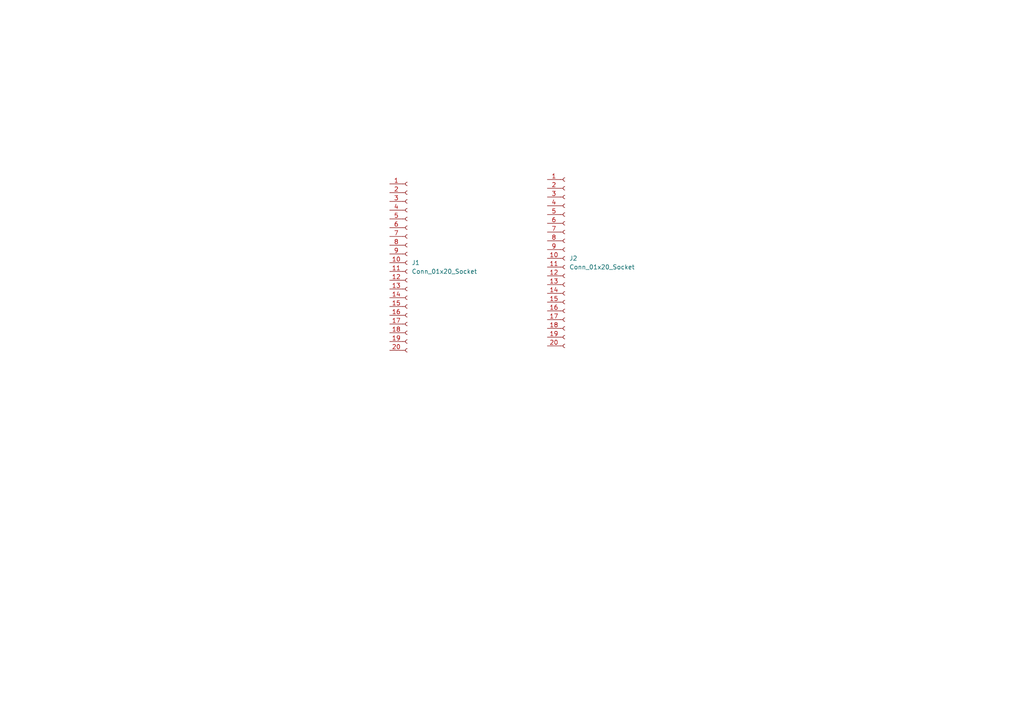
<source format=kicad_sch>
(kicad_sch (version 20231120) (generator "eeschema") (generator_version "8.0")
  (paper "A4")
  (lib_symbols
    (symbol "Connector:Conn_01x20_Socket" (pin_names (offset 1.016) hide)
      (property "Reference" "J" (at 0 25.4 0))
      (property "Value" "Conn_01x20_Socket" (at 0 -27.94 0))
      (symbol "Conn_01x20_Socket_1_1"
        (arc (start 0 -24.892) (mid -0.5058 -25.4) (end 0 -25.908) (stroke (width 0.1524)))
        (arc (start 0 -22.352) (mid -0.5058 -22.86) (end 0 -23.368) (stroke (width 0.1524)))
        (arc (start 0 -19.812) (mid -0.5058 -20.32) (end 0 -20.828) (stroke (width 0.1524)))
        (arc (start 0 -17.272) (mid -0.5058 -17.78) (end 0 -18.288) (stroke (width 0.1524)))
        (arc (start 0 -14.732) (mid -0.5058 -15.24) (end 0 -15.748) (stroke (width 0.1524)))
        (arc (start 0 -12.192) (mid -0.5058 -12.7) (end 0 -13.208) (stroke (width 0.1524)))
        (arc (start 0 -9.652) (mid -0.5058 -10.16) (end 0 -10.668) (stroke (width 0.1524)))
        (arc (start 0 -7.112) (mid -0.5058 -7.62) (end 0 -8.128) (stroke (width 0.1524)))
        (arc (start 0 -4.572) (mid -0.5058 -5.08) (end 0 -5.588) (stroke (width 0.1524)))
        (arc (start 0 -2.032) (mid -0.5058 -2.54) (end 0 -3.048) (stroke (width 0.1524)))
        (polyline (pts (xy -1.27 -25.4) (xy -0.508 -25.4)) (stroke (width 0.1524)))
        (polyline (pts (xy -1.27 -22.86) (xy -0.508 -22.86)) (stroke (width 0.1524)))
        (polyline (pts (xy -1.27 -20.32) (xy -0.508 -20.32)) (stroke (width 0.1524)))
        (polyline (pts (xy -1.27 -17.78) (xy -0.508 -17.78)) (stroke (width 0.1524)))
        (polyline (pts (xy -1.27 -15.24) (xy -0.508 -15.24)) (stroke (width 0.1524)))
        (polyline (pts (xy -1.27 -12.7) (xy -0.508 -12.7)) (stroke (width 0.1524)))
        (polyline (pts (xy -1.27 -10.16) (xy -0.508 -10.16)) (stroke (width 0.1524)))
        (polyline (pts (xy -1.27 -7.62) (xy -0.508 -7.62)) (stroke (width 0.1524)))
        (polyline (pts (xy -1.27 -5.08) (xy -0.508 -5.08)) (stroke (width 0.1524)))
        (polyline (pts (xy -1.27 -2.54) (xy -0.508 -2.54)) (stroke (width 0.1524)))
        (polyline (pts (xy -1.27 0) (xy -0.508 0)) (stroke (width 0.1524)))
        (polyline (pts (xy -1.27 2.54) (xy -0.508 2.54)) (stroke (width 0.1524)))
        (polyline (pts (xy -1.27 5.08) (xy -0.508 5.08)) (stroke (width 0.1524)))
        (polyline (pts (xy -1.27 7.62) (xy -0.508 7.62)) (stroke (width 0.1524)))
        (polyline (pts (xy -1.27 10.16) (xy -0.508 10.16)) (stroke (width 0.1524)))
        (polyline (pts (xy -1.27 12.7) (xy -0.508 12.7)) (stroke (width 0.1524)))
        (polyline (pts (xy -1.27 15.24) (xy -0.508 15.24)) (stroke (width 0.1524)))
        (polyline (pts (xy -1.27 17.78) (xy -0.508 17.78)) (stroke (width 0.1524)))
        (polyline (pts (xy -1.27 20.32) (xy -0.508 20.32)) (stroke (width 0.1524)))
        (polyline (pts (xy -1.27 22.86) (xy -0.508 22.86)) (stroke (width 0.1524)))
        (arc (start 0 0.508) (mid -0.5058 0) (end 0 -0.508) (stroke (width 0.1524)))
        (arc (start 0 3.048) (mid -0.5058 2.54) (end 0 2.032) (stroke (width 0.1524)))
        (arc (start 0 5.588) (mid -0.5058 5.08) (end 0 4.572) (stroke (width 0.1524)))
        (arc (start 0 8.128) (mid -0.5058 7.62) (end 0 7.112) (stroke (width 0.1524)))
        (arc (start 0 10.668) (mid -0.5058 10.16) (end 0 9.652) (stroke (width 0.1524)))
        (arc (start 0 13.208) (mid -0.5058 12.7) (end 0 12.192) (stroke (width 0.1524)))
        (arc (start 0 15.748) (mid -0.5058 15.24) (end 0 14.732) (stroke (width 0.1524)))
        (arc (start 0 18.288) (mid -0.5058 17.78) (end 0 17.272) (stroke (width 0.1524)))
        (arc (start 0 20.828) (mid -0.5058 20.32) (end 0 19.812) (stroke (width 0.1524)))
        (arc (start 0 23.368) (mid -0.5058 22.86) (end 0 22.352) (stroke (width 0.1524)))
        (pin passive line (at -5.08 22.86 0) (length 3.81) (name "Pin_1") (number "1"))
        (pin passive line (at -5.08 0 0) (length 3.81) (name "Pin_10") (number "10"))
        (pin passive line (at -5.08 -2.54 0) (length 3.81) (name "Pin_11") (number "11"))
        (pin passive line (at -5.08 -5.08 0) (length 3.81) (name "Pin_12") (number "12"))
        (pin passive line (at -5.08 -7.62 0) (length 3.81) (name "Pin_13") (number "13"))
        (pin passive line (at -5.08 -10.16 0) (length 3.81) (name "Pin_14") (number "14"))
        (pin passive line (at -5.08 -12.7 0) (length 3.81) (name "Pin_15") (number "15"))
        (pin passive line (at -5.08 -15.24 0) (length 3.81) (name "Pin_16") (number "16"))
        (pin passive line (at -5.08 -17.78 0) (length 3.81) (name "Pin_17") (number "17"))
        (pin passive line (at -5.08 -20.32 0) (length 3.81) (name "Pin_18") (number "18"))
        (pin passive line (at -5.08 -22.86 0) (length 3.81) (name "Pin_19") (number "19"))
        (pin passive line (at -5.08 20.32 0) (length 3.81) (name "Pin_2") (number "2"))
        (pin passive line (at -5.08 -25.4 0) (length 3.81) (name "Pin_20") (number "20"))
        (pin passive line (at -5.08 17.78 0) (length 3.81) (name "Pin_3") (number "3"))
        (pin passive line (at -5.08 15.24 0) (length 3.81) (name "Pin_4") (number "4"))
        (pin passive line (at -5.08 12.7 0) (length 3.81) (name "Pin_5") (number "5"))
        (pin passive line (at -5.08 10.16 0) (length 3.81) (name "Pin_6") (number "6"))
        (pin passive line (at -5.08 7.62 0) (length 3.81) (name "Pin_7") (number "7"))
        (pin passive line (at -5.08 5.08 0) (length 3.81) (name "Pin_8") (number "8"))
        (pin passive line (at -5.08 2.54 0) (length 3.81) (name "Pin_9") (number "9"))
      )
    )
  )
  (symbol (lib_id "Connector:Conn_01x20_Socket") (at 163.83 74.93 0) (unit 1)
    (property "Reference" "J2" (at 165.1 74.9299 0) (effects (justify left)))
    (property "Value" "Conn_01x20_Socket" (at 165.1 77.4699 0) (effects (justify left)))
    (property "Description" "Generic connector, single row, 01x20, script generated" (effects (hide yes)))
  )
  (symbol (lib_id "Connector:Conn_01x20_Socket") (at 118.11 76.2 0) (unit 1)
    (property "Reference" "J1" (at 119.38 76.1999 0) (effects (justify left)))
    (property "Value" "Conn_01x20_Socket" (at 119.38 78.7399 0) (effects (justify left)))
    (property "Description" "Generic connector, single row, 01x20, script generated" (effects (hide yes)))
  )
)
</source>
